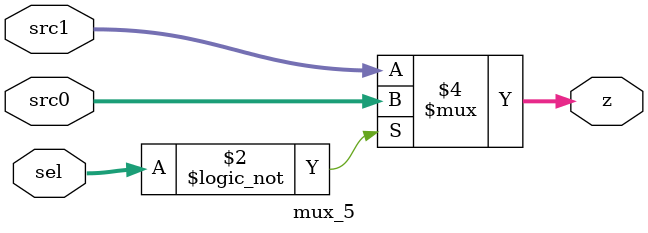
<source format=v>
module mux_5 (sel, src0, src1, z);
  parameter n=5;
  input [n-1:0] sel;
  input [n-1:0] src0;
  input [n-1:0] src1;
  output reg [n-1:0] z;
  

  always @(sel or src0 or src1)
      begin
        if (sel == 1'b0) z <= src0;
        else z <= src1;
      end
   
endmodule

</source>
